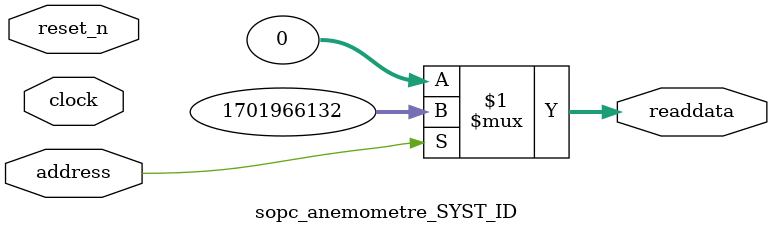
<source format=v>



// synthesis translate_off
`timescale 1ns / 1ps
// synthesis translate_on

// turn off superfluous verilog processor warnings 
// altera message_level Level1 
// altera message_off 10034 10035 10036 10037 10230 10240 10030 

module sopc_anemometre_SYST_ID (
               // inputs:
                address,
                clock,
                reset_n,

               // outputs:
                readdata
             )
;

  output  [ 31: 0] readdata;
  input            address;
  input            clock;
  input            reset_n;

  wire    [ 31: 0] readdata;
  //control_slave, which is an e_avalon_slave
  assign readdata = address ? 1701966132 : 0;

endmodule



</source>
